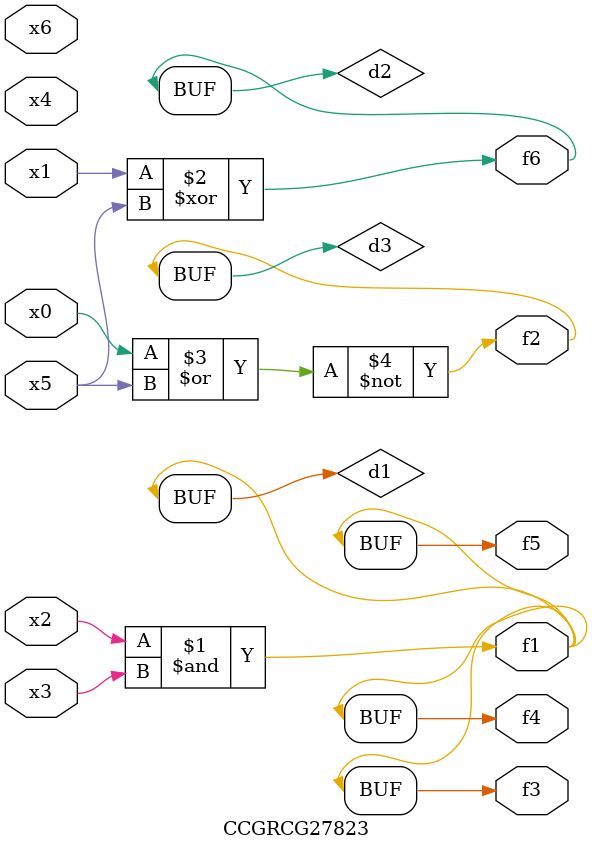
<source format=v>
module CCGRCG27823(
	input x0, x1, x2, x3, x4, x5, x6,
	output f1, f2, f3, f4, f5, f6
);

	wire d1, d2, d3;

	and (d1, x2, x3);
	xor (d2, x1, x5);
	nor (d3, x0, x5);
	assign f1 = d1;
	assign f2 = d3;
	assign f3 = d1;
	assign f4 = d1;
	assign f5 = d1;
	assign f6 = d2;
endmodule

</source>
